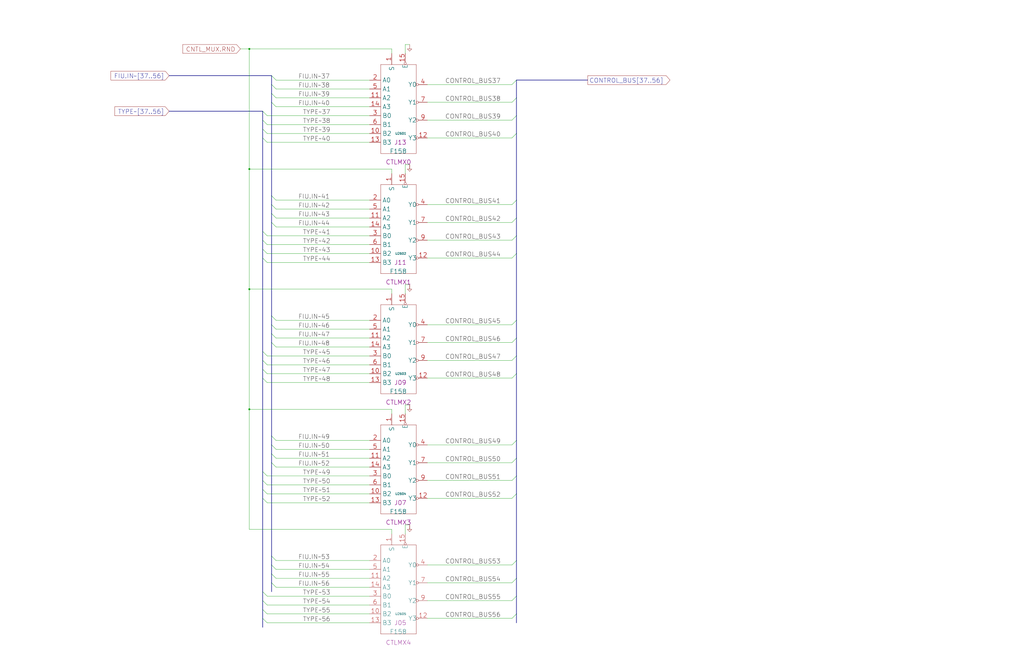
<source format=kicad_sch>
(kicad_sch (version 20230121) (generator eeschema)
  (paper "User" 584.2 378.46)
  (title_block (title "CONTROL MUX") (date "22-MAY-90") (rev "1.0") (comment 1 "SEQUENCER") (comment 2 "232-003064") (comment 3 "S400") (comment 4 "RELEASED"))
  (lib_symbols
    (symbol "r1000:F158" (pin_names (offset 1.016))
      (property "Reference" "U" (at 2.54 5.08 0))
      (property "Value" "F158" (at -3.81 -5.08 0))
      (property "Location" "___" (at -1.27 0 0))
      (property "Name" "______" (at 1.27 -12.7 0))
      (symbol "F158_1_1"
        (rectangle (start -8.89 44.45) (end 11.43 -6.35))
        (circle (center 5.08 45.085) (radius 0.635))
        (circle (center 12.065 2.54) (radius 0.635))
        (circle (center 12.065 12.7) (radius 0.635))
        (circle (center 12.065 22.86) (radius 0.635))
        (circle (center 12.065 33.02) (radius 0.635))
        (pin input line (at -2.54 50.8 270) (length 6.35) (name "S") (number "1"))
        (pin input line (at -15.24 5.08 0) (length 6.35) (name "B2") (number "10"))
        (pin input line (at -15.24 25.4 0) (length 6.35) (name "A2") (number "11"))
        (pin output line (at 17.78 2.54 180) (length 5.08) (name "Y3") (number "12"))
        (pin input line (at -15.24 0 0) (length 6.35) (name "B3") (number "13"))
        (pin input line (at -15.24 20.32 0) (length 6.35) (name "A3") (number "14"))
        (pin input line (at 5.08 50.8 270) (length 5.08) (name "E") (number "15"))
        (pin input line (at -15.24 35.56 0) (length 6.35) (name "A0") (number "2"))
        (pin input line (at -15.24 15.24 0) (length 6.35) (name "B0") (number "3"))
        (pin output line (at 17.78 33.02 180) (length 5.08) (name "Y0") (number "4"))
        (pin input line (at -15.24 30.48 0) (length 6.35) (name "A1") (number "5"))
        (pin input line (at -15.24 10.16 0) (length 6.35) (name "B1") (number "6"))
        (pin output line (at 17.78 22.86 180) (length 5.08) (name "Y1") (number "7"))
        (pin output line (at 17.78 12.7 180) (length 5.08) (name "Y2") (number "9"))
      )
    )
    (symbol "r1000:PD" (power) (pin_numbers hide) (pin_names hide) (in_bom no)
      (symbol "PD_0_1"
        (polyline (pts (xy 0 -2.54) (xy 1.27 -2.54) (xy 0 -3.81) (xy -1.27 -2.54) (xy 0 -2.54)) (stroke (width 0.1524)))
      )
      (symbol "PD_1_1"
        (pin power_in line (at 0 0 270) (length 2.54) (name "PD") (number "1"))
      )
    )
  )
  (junction (at 142.24 96.52))
  (junction (at 142.24 27.94))
  (junction (at 142.24 165.1))
  (junction (at 142.24 233.68))
  (bus_entry (at 149.86 353.06) (size 2.54 2.54))
  (bus_entry (at 294.64 330.2) (size -2.54 2.54))
  (bus_entry (at 154.94 248.92) (size 2.54 2.54))
  (bus_entry (at 149.86 147.32) (size 2.54 2.54))
  (bus_entry (at 154.94 111.76) (size 2.54 2.54))
  (bus_entry (at 294.64 55.88) (size -2.54 2.54))
  (bus_entry (at 294.64 134.62) (size -2.54 2.54))
  (bus_entry (at 149.86 132.08) (size 2.54 2.54))
  (bus_entry (at 154.94 332.74) (size 2.54 2.54))
  (bus_entry (at 149.86 205.74) (size 2.54 2.54))
  (bus_entry (at 294.64 144.78) (size -2.54 2.54))
  (bus_entry (at 149.86 279.4) (size 2.54 2.54))
  (bus_entry (at 149.86 269.24) (size 2.54 2.54))
  (bus_entry (at 294.64 193.04) (size -2.54 2.54))
  (bus_entry (at 154.94 327.66) (size 2.54 2.54))
  (bus_entry (at 149.86 342.9) (size 2.54 2.54))
  (bus_entry (at 149.86 200.66) (size 2.54 2.54))
  (bus_entry (at 154.94 254) (size 2.54 2.54))
  (bus_entry (at 294.64 203.2) (size -2.54 2.54))
  (bus_entry (at 154.94 190.5) (size 2.54 2.54))
  (bus_entry (at 294.64 271.78) (size -2.54 2.54))
  (bus_entry (at 154.94 58.42) (size 2.54 2.54))
  (bus_entry (at 149.86 210.82) (size 2.54 2.54))
  (bus_entry (at 149.86 137.16) (size 2.54 2.54))
  (bus_entry (at 154.94 185.42) (size 2.54 2.54))
  (bus_entry (at 149.86 347.98) (size 2.54 2.54))
  (bus_entry (at 294.64 124.46) (size -2.54 2.54))
  (bus_entry (at 294.64 182.88) (size -2.54 2.54))
  (bus_entry (at 294.64 213.36) (size -2.54 2.54))
  (bus_entry (at 149.86 142.24) (size 2.54 2.54))
  (bus_entry (at 149.86 73.66) (size 2.54 2.54))
  (bus_entry (at 149.86 284.48) (size 2.54 2.54))
  (bus_entry (at 294.64 76.2) (size -2.54 2.54))
  (bus_entry (at 154.94 264.16) (size 2.54 2.54))
  (bus_entry (at 149.86 63.5) (size 2.54 2.54))
  (bus_entry (at 294.64 251.46) (size -2.54 2.54))
  (bus_entry (at 154.94 121.92) (size 2.54 2.54))
  (bus_entry (at 149.86 274.32) (size 2.54 2.54))
  (bus_entry (at 154.94 116.84) (size 2.54 2.54))
  (bus_entry (at 294.64 340.36) (size -2.54 2.54))
  (bus_entry (at 149.86 78.74) (size 2.54 2.54))
  (bus_entry (at 294.64 350.52) (size -2.54 2.54))
  (bus_entry (at 294.64 45.72) (size -2.54 2.54))
  (bus_entry (at 149.86 337.82) (size 2.54 2.54))
  (bus_entry (at 294.64 281.94) (size -2.54 2.54))
  (bus_entry (at 149.86 68.58) (size 2.54 2.54))
  (bus_entry (at 154.94 180.34) (size 2.54 2.54))
  (bus_entry (at 294.64 261.62) (size -2.54 2.54))
  (bus_entry (at 154.94 195.58) (size 2.54 2.54))
  (bus_entry (at 294.64 114.3) (size -2.54 2.54))
  (bus_entry (at 154.94 127) (size 2.54 2.54))
  (bus_entry (at 154.94 317.5) (size 2.54 2.54))
  (bus_entry (at 154.94 43.18) (size 2.54 2.54))
  (bus_entry (at 294.64 66.04) (size -2.54 2.54))
  (bus_entry (at 154.94 48.26) (size 2.54 2.54))
  (bus_entry (at 294.64 320.04) (size -2.54 2.54))
  (bus_entry (at 154.94 259.08) (size 2.54 2.54))
  (bus_entry (at 149.86 215.9) (size 2.54 2.54))
  (bus_entry (at 154.94 53.34) (size 2.54 2.54))
  (bus_entry (at 154.94 322.58) (size 2.54 2.54))
  (bus (pts (xy 96.52 43.18) (xy 154.94 43.18)))
  (bus (pts (xy 149.86 342.9) (xy 149.86 347.98)))
  (wire (pts (xy 243.84 254) (xy 292.1 254)))
  (bus (pts (xy 294.64 281.94) (xy 294.64 320.04)))
  (wire (pts (xy 243.84 48.26) (xy 292.1 48.26)))
  (bus (pts (xy 154.94 190.5) (xy 154.94 195.58)))
  (wire (pts (xy 243.84 116.84) (xy 292.1 116.84)))
  (bus (pts (xy 154.94 185.42) (xy 154.94 190.5)))
  (wire (pts (xy 243.84 264.16) (xy 292.1 264.16)))
  (bus (pts (xy 294.64 350.52) (xy 294.64 355.6)))
  (bus (pts (xy 294.64 45.72) (xy 294.64 55.88)))
  (bus (pts (xy 154.94 264.16) (xy 154.94 317.5)))
  (wire (pts (xy 231.14 162.56) (xy 231.14 167.64)))
  (wire (pts (xy 157.48 129.54) (xy 210.82 129.54)))
  (bus (pts (xy 294.64 182.88) (xy 294.64 193.04)))
  (wire (pts (xy 152.4 149.86) (xy 210.82 149.86)))
  (wire (pts (xy 157.48 256.54) (xy 210.82 256.54)))
  (wire (pts (xy 223.52 30.48) (xy 223.52 27.94)))
  (bus (pts (xy 154.94 127) (xy 154.94 180.34)))
  (wire (pts (xy 152.4 203.2) (xy 210.82 203.2)))
  (wire (pts (xy 142.24 165.1) (xy 142.24 233.68)))
  (wire (pts (xy 152.4 218.44) (xy 210.82 218.44)))
  (bus (pts (xy 294.64 251.46) (xy 294.64 261.62)))
  (bus (pts (xy 149.86 215.9) (xy 149.86 269.24)))
  (wire (pts (xy 233.68 162.56) (xy 231.14 162.56)))
  (wire (pts (xy 231.14 299.72) (xy 231.14 304.8)))
  (wire (pts (xy 152.4 208.28) (xy 210.82 208.28)))
  (wire (pts (xy 157.48 193.04) (xy 210.82 193.04)))
  (wire (pts (xy 157.48 198.12) (xy 210.82 198.12)))
  (wire (pts (xy 152.4 134.62) (xy 210.82 134.62)))
  (wire (pts (xy 157.48 124.46) (xy 210.82 124.46)))
  (bus (pts (xy 294.64 261.62) (xy 294.64 271.78)))
  (wire (pts (xy 243.84 185.42) (xy 292.1 185.42)))
  (wire (pts (xy 137.16 27.94) (xy 142.24 27.94)))
  (wire (pts (xy 152.4 355.6) (xy 210.82 355.6)))
  (wire (pts (xy 243.84 137.16) (xy 292.1 137.16)))
  (wire (pts (xy 233.68 93.98) (xy 231.14 93.98)))
  (bus (pts (xy 294.64 340.36) (xy 294.64 350.52)))
  (wire (pts (xy 233.68 25.4) (xy 231.14 25.4)))
  (bus (pts (xy 154.94 248.92) (xy 154.94 254)))
  (bus (pts (xy 294.64 66.04) (xy 294.64 76.2)))
  (wire (pts (xy 152.4 139.7) (xy 210.82 139.7)))
  (wire (pts (xy 142.24 27.94) (xy 142.24 96.52)))
  (bus (pts (xy 149.86 147.32) (xy 149.86 200.66)))
  (wire (pts (xy 233.68 299.72) (xy 231.14 299.72)))
  (bus (pts (xy 149.86 269.24) (xy 149.86 274.32)))
  (wire (pts (xy 142.24 302.26) (xy 142.24 233.68)))
  (bus (pts (xy 154.94 111.76) (xy 154.94 116.84)))
  (bus (pts (xy 294.64 330.2) (xy 294.64 340.36)))
  (wire (pts (xy 243.84 215.9) (xy 292.1 215.9)))
  (wire (pts (xy 157.48 55.88) (xy 210.82 55.88)))
  (wire (pts (xy 157.48 335.28) (xy 210.82 335.28)))
  (bus (pts (xy 149.86 63.5) (xy 149.86 68.58)))
  (bus (pts (xy 294.64 76.2) (xy 294.64 114.3)))
  (wire (pts (xy 152.4 287.02) (xy 210.82 287.02)))
  (bus (pts (xy 294.64 203.2) (xy 294.64 213.36)))
  (wire (pts (xy 152.4 350.52) (xy 210.82 350.52)))
  (bus (pts (xy 149.86 142.24) (xy 149.86 147.32)))
  (wire (pts (xy 157.48 266.7) (xy 210.82 266.7)))
  (wire (pts (xy 152.4 281.94) (xy 210.82 281.94)))
  (bus (pts (xy 154.94 180.34) (xy 154.94 185.42)))
  (wire (pts (xy 157.48 187.96) (xy 210.82 187.96)))
  (bus (pts (xy 294.64 124.46) (xy 294.64 134.62)))
  (bus (pts (xy 149.86 132.08) (xy 149.86 137.16)))
  (wire (pts (xy 231.14 231.14) (xy 231.14 236.22)))
  (bus (pts (xy 149.86 284.48) (xy 149.86 337.82)))
  (bus (pts (xy 154.94 116.84) (xy 154.94 121.92)))
  (bus (pts (xy 294.64 213.36) (xy 294.64 251.46)))
  (wire (pts (xy 243.84 342.9) (xy 292.1 342.9)))
  (wire (pts (xy 233.68 231.14) (xy 231.14 231.14)))
  (bus (pts (xy 149.86 205.74) (xy 149.86 210.82)))
  (wire (pts (xy 157.48 261.62) (xy 210.82 261.62)))
  (wire (pts (xy 231.14 25.4) (xy 231.14 30.48)))
  (bus (pts (xy 154.94 43.18) (xy 154.94 48.26)))
  (bus (pts (xy 154.94 58.42) (xy 154.94 111.76)))
  (wire (pts (xy 157.48 119.38) (xy 210.82 119.38)))
  (wire (pts (xy 152.4 276.86) (xy 210.82 276.86)))
  (wire (pts (xy 243.84 332.74) (xy 292.1 332.74)))
  (bus (pts (xy 294.64 134.62) (xy 294.64 144.78)))
  (bus (pts (xy 154.94 332.74) (xy 154.94 337.82)))
  (wire (pts (xy 223.52 236.22) (xy 223.52 233.68)))
  (wire (pts (xy 157.48 251.46) (xy 210.82 251.46)))
  (bus (pts (xy 154.94 259.08) (xy 154.94 264.16)))
  (wire (pts (xy 152.4 66.04) (xy 210.82 66.04)))
  (wire (pts (xy 157.48 325.12) (xy 210.82 325.12)))
  (bus (pts (xy 149.86 68.58) (xy 149.86 73.66)))
  (wire (pts (xy 243.84 284.48) (xy 292.1 284.48)))
  (wire (pts (xy 157.48 45.72) (xy 210.82 45.72)))
  (bus (pts (xy 294.64 193.04) (xy 294.64 203.2)))
  (bus (pts (xy 154.94 195.58) (xy 154.94 248.92)))
  (wire (pts (xy 142.24 96.52) (xy 142.24 165.1)))
  (wire (pts (xy 243.84 127) (xy 292.1 127)))
  (bus (pts (xy 149.86 347.98) (xy 149.86 353.06)))
  (bus (pts (xy 294.64 271.78) (xy 294.64 281.94)))
  (wire (pts (xy 142.24 96.52) (xy 223.52 96.52)))
  (bus (pts (xy 154.94 48.26) (xy 154.94 53.34)))
  (bus (pts (xy 96.52 63.5) (xy 149.86 63.5)))
  (wire (pts (xy 142.24 165.1) (xy 223.52 165.1)))
  (bus (pts (xy 149.86 137.16) (xy 149.86 142.24)))
  (bus (pts (xy 154.94 317.5) (xy 154.94 322.58)))
  (wire (pts (xy 152.4 144.78) (xy 210.82 144.78)))
  (bus (pts (xy 149.86 73.66) (xy 149.86 78.74)))
  (wire (pts (xy 152.4 213.36) (xy 210.82 213.36)))
  (wire (pts (xy 223.52 99.06) (xy 223.52 96.52)))
  (wire (pts (xy 152.4 345.44) (xy 210.82 345.44)))
  (wire (pts (xy 157.48 182.88) (xy 210.82 182.88)))
  (bus (pts (xy 149.86 200.66) (xy 149.86 205.74)))
  (wire (pts (xy 142.24 233.68) (xy 223.52 233.68)))
  (bus (pts (xy 294.64 144.78) (xy 294.64 182.88)))
  (wire (pts (xy 243.84 205.74) (xy 292.1 205.74)))
  (bus (pts (xy 149.86 274.32) (xy 149.86 279.4)))
  (bus (pts (xy 149.86 353.06) (xy 149.86 358.14)))
  (bus (pts (xy 149.86 210.82) (xy 149.86 215.9)))
  (bus (pts (xy 149.86 337.82) (xy 149.86 342.9)))
  (wire (pts (xy 157.48 50.8) (xy 210.82 50.8)))
  (wire (pts (xy 142.24 302.26) (xy 223.52 302.26)))
  (wire (pts (xy 157.48 114.3) (xy 210.82 114.3)))
  (wire (pts (xy 243.84 147.32) (xy 292.1 147.32)))
  (bus (pts (xy 294.64 45.72) (xy 335.28 45.72)))
  (wire (pts (xy 152.4 340.36) (xy 210.82 340.36)))
  (bus (pts (xy 154.94 327.66) (xy 154.94 332.74)))
  (wire (pts (xy 142.24 27.94) (xy 223.52 27.94)))
  (bus (pts (xy 154.94 322.58) (xy 154.94 327.66)))
  (wire (pts (xy 157.48 330.2) (xy 210.82 330.2)))
  (wire (pts (xy 243.84 353.06) (xy 292.1 353.06)))
  (wire (pts (xy 243.84 195.58) (xy 292.1 195.58)))
  (wire (pts (xy 243.84 322.58) (xy 292.1 322.58)))
  (wire (pts (xy 223.52 304.8) (xy 223.52 302.26)))
  (wire (pts (xy 157.48 320.04) (xy 210.82 320.04)))
  (bus (pts (xy 154.94 254) (xy 154.94 259.08)))
  (wire (pts (xy 243.84 58.42) (xy 292.1 58.42)))
  (bus (pts (xy 294.64 320.04) (xy 294.64 330.2)))
  (wire (pts (xy 243.84 68.58) (xy 292.1 68.58)))
  (wire (pts (xy 152.4 271.78) (xy 210.82 271.78)))
  (wire (pts (xy 223.52 167.64) (xy 223.52 165.1)))
  (bus (pts (xy 154.94 121.92) (xy 154.94 127)))
  (wire (pts (xy 152.4 81.28) (xy 210.82 81.28)))
  (bus (pts (xy 149.86 78.74) (xy 149.86 132.08)))
  (wire (pts (xy 243.84 78.74) (xy 292.1 78.74)))
  (bus (pts (xy 294.64 55.88) (xy 294.64 66.04)))
  (wire (pts (xy 157.48 60.96) (xy 210.82 60.96)))
  (wire (pts (xy 243.84 274.32) (xy 292.1 274.32)))
  (wire (pts (xy 152.4 71.12) (xy 210.82 71.12)))
  (bus (pts (xy 294.64 114.3) (xy 294.64 124.46)))
  (bus (pts (xy 154.94 53.34) (xy 154.94 58.42)))
  (bus (pts (xy 149.86 279.4) (xy 149.86 284.48)))
  (wire (pts (xy 231.14 93.98) (xy 231.14 99.06)))
  (wire (pts (xy 152.4 76.2) (xy 210.82 76.2)))
  (label "CONTROL_BUS49" (at 254 254 0) (effects (font (size 2.54 2.54))))
  (label "TYPE~48" (at 172.72 218.44 0) (effects (font (size 2.54 2.54))))
  (label "FIU.IN~53" (at 170.18 320.04 0) (effects (font (size 2.54 2.54))))
  (label "CONTROL_BUS41" (at 254 116.84 0) (effects (font (size 2.54 2.54))))
  (label "FIU.IN~52" (at 170.18 266.7 0) (effects (font (size 2.54 2.54))))
  (label "TYPE~46" (at 172.72 208.28 0) (effects (font (size 2.54 2.54))))
  (label "CONTROL_BUS37" (at 254 48.26 0) (effects (font (size 2.54 2.54))))
  (label "FIU.IN~37" (at 170.18 45.72 0) (effects (font (size 2.54 2.54))))
  (label "CONTROL_BUS43" (at 254 137.16 0) (effects (font (size 2.54 2.54))))
  (label "CONTROL_BUS51" (at 254 274.32 0) (effects (font (size 2.54 2.54))))
  (label "FIU.IN~38" (at 170.18 50.8 0) (effects (font (size 2.54 2.54))))
  (label "TYPE~42" (at 172.72 139.7 0) (effects (font (size 2.54 2.54))))
  (label "TYPE~45" (at 172.72 203.2 0) (effects (font (size 2.54 2.54))))
  (label "FIU.IN~42" (at 170.18 119.38 0) (effects (font (size 2.54 2.54))))
  (label "TYPE~47" (at 172.72 213.36 0) (effects (font (size 2.54 2.54))))
  (label "CONTROL_BUS48" (at 254 215.9 0) (effects (font (size 2.54 2.54))))
  (label "FIU.IN~39" (at 170.18 55.88 0) (effects (font (size 2.54 2.54))))
  (label "TYPE~39" (at 172.72 76.2 0) (effects (font (size 2.54 2.54))))
  (label "FIU.IN~54" (at 170.18 325.12 0) (effects (font (size 2.54 2.54))))
  (label "FIU.IN~41" (at 170.18 114.3 0) (effects (font (size 2.54 2.54))))
  (label "TYPE~51" (at 172.72 281.94 0) (effects (font (size 2.54 2.54))))
  (label "CONTROL_BUS39" (at 254 68.58 0) (effects (font (size 2.54 2.54))))
  (label "TYPE~43" (at 172.72 144.78 0) (effects (font (size 2.54 2.54))))
  (label "CONTROL_BUS38" (at 254 58.42 0) (effects (font (size 2.54 2.54))))
  (label "FIU.IN~43" (at 170.18 124.46 0) (effects (font (size 2.54 2.54))))
  (label "FIU.IN~47" (at 170.18 193.04 0) (effects (font (size 2.54 2.54))))
  (label "TYPE~54" (at 172.72 345.44 0) (effects (font (size 2.54 2.54))))
  (label "CONTROL_BUS42" (at 254 127 0) (effects (font (size 2.54 2.54))))
  (label "CONTROL_BUS40" (at 254 78.74 0) (effects (font (size 2.54 2.54))))
  (label "FIU.IN~49" (at 170.18 251.46 0) (effects (font (size 2.54 2.54))))
  (label "TYPE~55" (at 172.72 350.52 0) (effects (font (size 2.54 2.54))))
  (label "CONTROL_BUS46" (at 254 195.58 0) (effects (font (size 2.54 2.54))))
  (label "TYPE~40" (at 172.72 81.28 0) (effects (font (size 2.54 2.54))))
  (label "TYPE~56" (at 172.72 355.6 0) (effects (font (size 2.54 2.54))))
  (label "TYPE~52" (at 172.72 287.02 0) (effects (font (size 2.54 2.54))))
  (label "CONTROL_BUS54" (at 254 332.74 0) (effects (font (size 2.54 2.54))))
  (label "TYPE~50" (at 172.72 276.86 0) (effects (font (size 2.54 2.54))))
  (label "CONTROL_BUS52" (at 254 284.48 0) (effects (font (size 2.54 2.54))))
  (label "FIU.IN~45" (at 170.18 182.88 0) (effects (font (size 2.54 2.54))))
  (label "TYPE~37" (at 172.72 66.04 0) (effects (font (size 2.54 2.54))))
  (label "CONTROL_BUS50" (at 254 264.16 0) (effects (font (size 2.54 2.54))))
  (label "CONTROL_BUS56" (at 254 353.06 0) (effects (font (size 2.54 2.54))))
  (label "FIU.IN~56" (at 170.18 335.28 0) (effects (font (size 2.54 2.54))))
  (label "TYPE~53" (at 172.72 340.36 0) (effects (font (size 2.54 2.54))))
  (label "FIU.IN~46" (at 170.18 187.96 0) (effects (font (size 2.54 2.54))))
  (label "FIU.IN~48" (at 170.18 198.12 0) (effects (font (size 2.54 2.54))))
  (label "TYPE~44" (at 172.72 149.86 0) (effects (font (size 2.54 2.54))))
  (label "CONTROL_BUS44" (at 254 147.32 0) (effects (font (size 2.54 2.54))))
  (label "FIU.IN~55" (at 170.18 330.2 0) (effects (font (size 2.54 2.54))))
  (label "CONTROL_BUS45" (at 254 185.42 0) (effects (font (size 2.54 2.54))))
  (label "FIU.IN~51" (at 170.18 261.62 0) (effects (font (size 2.54 2.54))))
  (label "CONTROL_BUS53" (at 254 322.58 0) (effects (font (size 2.54 2.54))))
  (label "TYPE~41" (at 172.72 134.62 0) (effects (font (size 2.54 2.54))))
  (label "TYPE~49" (at 172.72 271.78 0) (effects (font (size 2.54 2.54))))
  (label "CONTROL_BUS55" (at 254 342.9 0) (effects (font (size 2.54 2.54))))
  (label "FIU.IN~40" (at 170.18 60.96 0) (effects (font (size 2.54 2.54))))
  (label "FIU.IN~50" (at 170.18 256.54 0) (effects (font (size 2.54 2.54))))
  (label "TYPE~38" (at 172.72 71.12 0) (effects (font (size 2.54 2.54))))
  (label "CONTROL_BUS47" (at 254 205.74 0) (effects (font (size 2.54 2.54))))
  (label "FIU.IN~44" (at 170.18 129.54 0) (effects (font (size 2.54 2.54))))
  (global_label "CONTROL_BUS[37..56]" (shape output) (at 335.28 45.72 0) (effects (font (size 2.54 2.54))) (property "Intersheetrefs" "${INTERSHEET_REFS}" (at 382.1974 45.5613 0) (effects (font (size 1.905 1.905)) (justify left))))
  (global_label "TYPE~[37..56]" (shape input) (at 96.52 63.5 180) (effects (font (size 2.54 2.54))) (property "Intersheetrefs" "${INTERSHEET_REFS}" (at 65.4473 63.3413 0) (effects (font (size 1.905 1.905)) (justify right))))
  (global_label "FIU.IN~[37..56]" (shape input) (at 96.52 43.18 180) (effects (font (size 2.54 2.54))) (property "Intersheetrefs" "${INTERSHEET_REFS}" (at 63.2702 43.0213 0) (effects (font (size 1.905 1.905)) (justify right))))
  (global_label "CNTL_MUX.RND" (shape input) (at 137.16 27.94 180) (effects (font (size 2.54 2.54))) (property "Intersheetrefs" "${INTERSHEET_REFS}" (at 104.273 27.7813 0) (effects (font (size 1.905 1.905)) (justify right))))
  (symbol (lib_id "r1000:F158") (at 226.06 287.02 0) (unit 1)
    (property "Reference" "U2604" (at 228.6 281.94 0))
    (property "Value" "F158" (at 222.25 292.1 0) (effects (font (size 2.54 2.54)) (justify left)))
    (property "Location" "J07" (at 224.79 287.02 0) (effects (font (size 2.54 2.54)) (justify left)))
    (property "Name" "CTLMX3" (at 227.33 299.72 0) (effects (font (size 2.54 2.54)) (justify bottom)))
  )
  (symbol (lib_id "r1000:F158") (at 226.06 149.86 0) (unit 1)
    (property "Reference" "U2602" (at 228.6 144.78 0))
    (property "Value" "F158" (at 222.25 154.94 0) (effects (font (size 2.54 2.54)) (justify left)))
    (property "Location" "J11" (at 224.79 149.86 0) (effects (font (size 2.54 2.54)) (justify left)))
    (property "Name" "CTLMX1" (at 227.33 162.56 0) (effects (font (size 2.54 2.54)) (justify bottom)))
  )
  (symbol (lib_id "r1000:F158") (at 226.06 81.28 0) (unit 1)
    (property "Reference" "U2601" (at 228.6 76.2 0))
    (property "Value" "F158" (at 222.25 86.36 0) (effects (font (size 2.54 2.54)) (justify left)))
    (property "Location" "J13" (at 224.79 81.28 0) (effects (font (size 2.54 2.54)) (justify left)))
    (property "Name" "CTLMX0" (at 227.33 93.98 0) (effects (font (size 2.54 2.54)) (justify bottom)))
  )
  (symbol (lib_id "r1000:F158") (at 226.06 218.44 0) (unit 1)
    (property "Reference" "U2603" (at 228.6 213.36 0))
    (property "Value" "F158" (at 222.25 223.52 0) (effects (font (size 2.54 2.54)) (justify left)))
    (property "Location" "J09" (at 224.79 218.44 0) (effects (font (size 2.54 2.54)) (justify left)))
    (property "Name" "CTLMX2" (at 227.33 231.14 0) (effects (font (size 2.54 2.54)) (justify bottom)))
  )
  (symbol (lib_id "r1000:PD") (at 233.68 231.14 0) (unit 1) (in_bom no)
    (property "Reference" "#PWR02604" (effects hide))
    (property "Value" "PD" (effects hide))
  )
  (symbol (lib_id "r1000:PD") (at 233.68 25.4 0) (unit 1) (in_bom no)
    (property "Reference" "#PWR02601" (effects hide))
    (property "Value" "PD" (effects hide))
  )
  (symbol (lib_id "r1000:PD") (at 233.68 299.72 0) (unit 1) (in_bom no)
    (property "Reference" "#PWR02605" (effects hide))
    (property "Value" "PD" (effects hide))
  )
  (symbol (lib_id "r1000:PD") (at 233.68 162.56 0) (unit 1) (in_bom no)
    (property "Reference" "#PWR02603" (effects hide))
    (property "Value" "PD" (effects hide))
  )
  (symbol (lib_id "r1000:F158") (at 226.06 355.6 0) (unit 1)
    (property "Reference" "U2605" (at 228.6 350.52 0))
    (property "Value" "F158" (at 222.25 360.68 0) (effects (font (size 2.54 2.54)) (justify left)))
    (property "Location" "J05" (at 224.79 355.6 0) (effects (font (size 2.54 2.54)) (justify left)))
    (property "Name" "CTLMX4" (at 227.33 368.3 0) (effects (font (size 2.54 2.54)) (justify bottom)))
  )
  (symbol (lib_id "r1000:PD") (at 233.68 93.98 0) (unit 1) (in_bom no)
    (property "Reference" "#PWR02602" (effects hide))
    (property "Value" "PD" (effects hide))
  )
)
</source>
